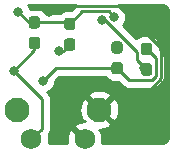
<source format=gbl>
G04 #@! TF.GenerationSoftware,KiCad,Pcbnew,(5.1.6)-1*
G04 #@! TF.CreationDate,2020-08-20T16:01:08-07:00*
G04 #@! TF.ProjectId,Momentary-Power-Toggle,4d6f6d65-6e74-4617-9279-2d506f776572,rev?*
G04 #@! TF.SameCoordinates,Original*
G04 #@! TF.FileFunction,Copper,L2,Bot*
G04 #@! TF.FilePolarity,Positive*
%FSLAX46Y46*%
G04 Gerber Fmt 4.6, Leading zero omitted, Abs format (unit mm)*
G04 Created by KiCad (PCBNEW (5.1.6)-1) date 2020-08-20 16:01:08*
%MOMM*%
%LPD*%
G01*
G04 APERTURE LIST*
G04 #@! TA.AperFunction,ComponentPad*
%ADD10C,2.100000*%
G04 #@! TD*
G04 #@! TA.AperFunction,ComponentPad*
%ADD11C,1.750000*%
G04 #@! TD*
G04 #@! TA.AperFunction,ViaPad*
%ADD12C,0.800000*%
G04 #@! TD*
G04 #@! TA.AperFunction,Conductor*
%ADD13C,0.250000*%
G04 #@! TD*
G04 #@! TA.AperFunction,Conductor*
%ADD14C,0.254000*%
G04 #@! TD*
G04 APERTURE END LIST*
D10*
X90250000Y-85260000D03*
D11*
X89000000Y-87750000D03*
X84500000Y-87750000D03*
D10*
X83240000Y-85260000D03*
G04 #@! TA.AperFunction,SMDPad,CuDef*
G36*
G01*
X94012500Y-81350000D02*
X94487500Y-81350000D01*
G75*
G02*
X94725000Y-81587500I0J-237500D01*
G01*
X94725000Y-82162500D01*
G75*
G02*
X94487500Y-82400000I-237500J0D01*
G01*
X94012500Y-82400000D01*
G75*
G02*
X93775000Y-82162500I0J237500D01*
G01*
X93775000Y-81587500D01*
G75*
G02*
X94012500Y-81350000I237500J0D01*
G01*
G37*
G04 #@! TD.AperFunction*
G04 #@! TA.AperFunction,SMDPad,CuDef*
G36*
G01*
X94012500Y-79600000D02*
X94487500Y-79600000D01*
G75*
G02*
X94725000Y-79837500I0J-237500D01*
G01*
X94725000Y-80412500D01*
G75*
G02*
X94487500Y-80650000I-237500J0D01*
G01*
X94012500Y-80650000D01*
G75*
G02*
X93775000Y-80412500I0J237500D01*
G01*
X93775000Y-79837500D01*
G75*
G02*
X94012500Y-79600000I237500J0D01*
G01*
G37*
G04 #@! TD.AperFunction*
G04 #@! TA.AperFunction,SMDPad,CuDef*
G36*
G01*
X91512500Y-81225000D02*
X91987500Y-81225000D01*
G75*
G02*
X92225000Y-81462500I0J-237500D01*
G01*
X92225000Y-82037500D01*
G75*
G02*
X91987500Y-82275000I-237500J0D01*
G01*
X91512500Y-82275000D01*
G75*
G02*
X91275000Y-82037500I0J237500D01*
G01*
X91275000Y-81462500D01*
G75*
G02*
X91512500Y-81225000I237500J0D01*
G01*
G37*
G04 #@! TD.AperFunction*
G04 #@! TA.AperFunction,SMDPad,CuDef*
G36*
G01*
X91512500Y-79475000D02*
X91987500Y-79475000D01*
G75*
G02*
X92225000Y-79712500I0J-237500D01*
G01*
X92225000Y-80287500D01*
G75*
G02*
X91987500Y-80525000I-237500J0D01*
G01*
X91512500Y-80525000D01*
G75*
G02*
X91275000Y-80287500I0J237500D01*
G01*
X91275000Y-79712500D01*
G75*
G02*
X91512500Y-79475000I237500J0D01*
G01*
G37*
G04 #@! TD.AperFunction*
G04 #@! TA.AperFunction,SMDPad,CuDef*
G36*
G01*
X87512500Y-79225000D02*
X87987500Y-79225000D01*
G75*
G02*
X88225000Y-79462500I0J-237500D01*
G01*
X88225000Y-80037500D01*
G75*
G02*
X87987500Y-80275000I-237500J0D01*
G01*
X87512500Y-80275000D01*
G75*
G02*
X87275000Y-80037500I0J237500D01*
G01*
X87275000Y-79462500D01*
G75*
G02*
X87512500Y-79225000I237500J0D01*
G01*
G37*
G04 #@! TD.AperFunction*
G04 #@! TA.AperFunction,SMDPad,CuDef*
G36*
G01*
X87512500Y-77475000D02*
X87987500Y-77475000D01*
G75*
G02*
X88225000Y-77712500I0J-237500D01*
G01*
X88225000Y-78287500D01*
G75*
G02*
X87987500Y-78525000I-237500J0D01*
G01*
X87512500Y-78525000D01*
G75*
G02*
X87275000Y-78287500I0J237500D01*
G01*
X87275000Y-77712500D01*
G75*
G02*
X87512500Y-77475000I237500J0D01*
G01*
G37*
G04 #@! TD.AperFunction*
G04 #@! TA.AperFunction,SMDPad,CuDef*
G36*
G01*
X84512500Y-79100000D02*
X84987500Y-79100000D01*
G75*
G02*
X85225000Y-79337500I0J-237500D01*
G01*
X85225000Y-79912500D01*
G75*
G02*
X84987500Y-80150000I-237500J0D01*
G01*
X84512500Y-80150000D01*
G75*
G02*
X84275000Y-79912500I0J237500D01*
G01*
X84275000Y-79337500D01*
G75*
G02*
X84512500Y-79100000I237500J0D01*
G01*
G37*
G04 #@! TD.AperFunction*
G04 #@! TA.AperFunction,SMDPad,CuDef*
G36*
G01*
X84512500Y-77350000D02*
X84987500Y-77350000D01*
G75*
G02*
X85225000Y-77587500I0J-237500D01*
G01*
X85225000Y-78162500D01*
G75*
G02*
X84987500Y-78400000I-237500J0D01*
G01*
X84512500Y-78400000D01*
G75*
G02*
X84275000Y-78162500I0J237500D01*
G01*
X84275000Y-77587500D01*
G75*
G02*
X84512500Y-77350000I237500J0D01*
G01*
G37*
G04 #@! TD.AperFunction*
D12*
X86000000Y-77000000D03*
X86792693Y-80305260D03*
X91750000Y-80000000D03*
X94000000Y-81750000D03*
X90500000Y-77675021D03*
X83000000Y-82000000D03*
X85500000Y-82800002D03*
X83400000Y-77000000D03*
X91500000Y-77385000D03*
D13*
X88125001Y-86875001D02*
X88125001Y-84374999D01*
X89000000Y-87750000D02*
X88125001Y-86875001D01*
X88125001Y-84374999D02*
X89000000Y-83500000D01*
X95500021Y-80054511D02*
X91945510Y-76500000D01*
X95500021Y-82581900D02*
X95500021Y-80054511D01*
X94581921Y-83500000D02*
X95500021Y-82581900D01*
X89000000Y-83500000D02*
X94581921Y-83500000D01*
X91945510Y-76500000D02*
X86500000Y-76500000D01*
X86500000Y-76500000D02*
X86000000Y-77000000D01*
X87750000Y-79750000D02*
X87194740Y-80305260D01*
X87194740Y-80305260D02*
X86792693Y-80305260D01*
X93449990Y-81074990D02*
X93449990Y-80379480D01*
X90745531Y-77675021D02*
X90500000Y-77675021D01*
X94250000Y-81875000D02*
X93449990Y-81074990D01*
X93449990Y-80379480D02*
X90745531Y-77675021D01*
X84750000Y-79625000D02*
X84750000Y-80250000D01*
X84750000Y-80250000D02*
X83000000Y-82000000D01*
X85374999Y-84374999D02*
X83000000Y-82000000D01*
X85374999Y-86875001D02*
X85374999Y-84374999D01*
X84500000Y-87750000D02*
X85374999Y-86875001D01*
X94720500Y-82725010D02*
X92725010Y-82725010D01*
X95050010Y-82395500D02*
X94720500Y-82725010D01*
X95050010Y-80925010D02*
X95050010Y-82395500D01*
X92725010Y-82725010D02*
X91750000Y-81750000D01*
X94250000Y-80125000D02*
X95050010Y-80925010D01*
X91750000Y-81750000D02*
X86550002Y-81750000D01*
X86550002Y-81750000D02*
X85500000Y-82800002D01*
X84750000Y-77875000D02*
X84275000Y-77875000D01*
X84275000Y-77875000D02*
X83400000Y-77000000D01*
X87625000Y-77875000D02*
X87750000Y-78000000D01*
X84750000Y-77875000D02*
X87625000Y-77875000D01*
X88799989Y-76950011D02*
X87750000Y-78000000D01*
X91065011Y-76950011D02*
X88799989Y-76950011D01*
X91500000Y-77385000D02*
X91065011Y-76950011D01*
D14*
G36*
X95613985Y-76424341D02*
G01*
X95723625Y-76457443D01*
X95824748Y-76511212D01*
X95913503Y-76583599D01*
X95986509Y-76671848D01*
X96040981Y-76772591D01*
X96074850Y-76882004D01*
X96090000Y-77026145D01*
X96090001Y-87467712D01*
X96075659Y-87613985D01*
X96042557Y-87723625D01*
X95988788Y-87824748D01*
X95916401Y-87913503D01*
X95828151Y-87986510D01*
X95727409Y-88040981D01*
X95617996Y-88074850D01*
X95473855Y-88090000D01*
X90471633Y-88090000D01*
X90499855Y-87979474D01*
X90515804Y-87682457D01*
X90473501Y-87388037D01*
X90374572Y-87107526D01*
X90297868Y-86964025D01*
X90248450Y-86948184D01*
X90310617Y-86952066D01*
X90639557Y-86907728D01*
X90953527Y-86800069D01*
X91139661Y-86700579D01*
X91241461Y-86431066D01*
X90250000Y-85439605D01*
X90235858Y-85453748D01*
X90056253Y-85274143D01*
X90070395Y-85260000D01*
X90429605Y-85260000D01*
X91421066Y-86251461D01*
X91690579Y-86149661D01*
X91836463Y-85851523D01*
X91921380Y-85530654D01*
X91942066Y-85199383D01*
X91897728Y-84870443D01*
X91790069Y-84556473D01*
X91690579Y-84370339D01*
X91421066Y-84268539D01*
X90429605Y-85260000D01*
X90070395Y-85260000D01*
X89078934Y-84268539D01*
X88809421Y-84370339D01*
X88663537Y-84668477D01*
X88578620Y-84989346D01*
X88557934Y-85320617D01*
X88602272Y-85649557D01*
X88709931Y-85963527D01*
X88809421Y-86149661D01*
X89049925Y-86240504D01*
X88932457Y-86234196D01*
X88638037Y-86276499D01*
X88357526Y-86375428D01*
X88214025Y-86452132D01*
X88133365Y-86703760D01*
X89000000Y-87570395D01*
X89014143Y-87556253D01*
X89193748Y-87735858D01*
X89179605Y-87750000D01*
X89193748Y-87764143D01*
X89014143Y-87943748D01*
X89000000Y-87929605D01*
X88985858Y-87943748D01*
X88806253Y-87764143D01*
X88820395Y-87750000D01*
X87953760Y-86883365D01*
X87702132Y-86964025D01*
X87573733Y-87232329D01*
X87500145Y-87520526D01*
X87484196Y-87817543D01*
X87523343Y-88090000D01*
X85971952Y-88090000D01*
X86010000Y-87898722D01*
X86010000Y-87601278D01*
X85961642Y-87358169D01*
X86009972Y-87299278D01*
X86009973Y-87299277D01*
X86080545Y-87167248D01*
X86124002Y-87023987D01*
X86134999Y-86912334D01*
X86134999Y-86912325D01*
X86138675Y-86875002D01*
X86134999Y-86837679D01*
X86134999Y-84412324D01*
X86138675Y-84374999D01*
X86134999Y-84337674D01*
X86134999Y-84337666D01*
X86124002Y-84226013D01*
X86082421Y-84088934D01*
X89258539Y-84088934D01*
X90250000Y-85080395D01*
X91241461Y-84088934D01*
X91139661Y-83819421D01*
X90841523Y-83673537D01*
X90520654Y-83588620D01*
X90189383Y-83567934D01*
X89860443Y-83612272D01*
X89546473Y-83719931D01*
X89360339Y-83819421D01*
X89258539Y-84088934D01*
X86082421Y-84088934D01*
X86080545Y-84082752D01*
X86009973Y-83950723D01*
X85915000Y-83834998D01*
X85886002Y-83811200D01*
X85850074Y-83775273D01*
X85990256Y-83717207D01*
X86159774Y-83603939D01*
X86303937Y-83459776D01*
X86417205Y-83290258D01*
X86495226Y-83101900D01*
X86535000Y-82901941D01*
X86535000Y-82839803D01*
X86864804Y-82510000D01*
X90777036Y-82510000D01*
X90784488Y-82523942D01*
X90893377Y-82656623D01*
X91026058Y-82765512D01*
X91177433Y-82846423D01*
X91341684Y-82896248D01*
X91512500Y-82913072D01*
X91838270Y-82913072D01*
X92161211Y-83236013D01*
X92185009Y-83265011D01*
X92300734Y-83359984D01*
X92432763Y-83430556D01*
X92576024Y-83474013D01*
X92687677Y-83485010D01*
X92687686Y-83485010D01*
X92725009Y-83488686D01*
X92762332Y-83485010D01*
X94683178Y-83485010D01*
X94720500Y-83488686D01*
X94757822Y-83485010D01*
X94757833Y-83485010D01*
X94869486Y-83474013D01*
X95012747Y-83430556D01*
X95144776Y-83359984D01*
X95260501Y-83265011D01*
X95284304Y-83236007D01*
X95561007Y-82959304D01*
X95590011Y-82935501D01*
X95684984Y-82819776D01*
X95755556Y-82687747D01*
X95799013Y-82544486D01*
X95810010Y-82432833D01*
X95813687Y-82395500D01*
X95810010Y-82358167D01*
X95810010Y-80962332D01*
X95813686Y-80925010D01*
X95810010Y-80887687D01*
X95810010Y-80887677D01*
X95799013Y-80776024D01*
X95755556Y-80632763D01*
X95736711Y-80597507D01*
X95684984Y-80500733D01*
X95613809Y-80414007D01*
X95590011Y-80385009D01*
X95561014Y-80361212D01*
X95363072Y-80163270D01*
X95363072Y-79837500D01*
X95346248Y-79666684D01*
X95296423Y-79502433D01*
X95215512Y-79351058D01*
X95106623Y-79218377D01*
X94973942Y-79109488D01*
X94822567Y-79028577D01*
X94658316Y-78978752D01*
X94487500Y-78961928D01*
X94012500Y-78961928D01*
X93841684Y-78978752D01*
X93677433Y-79028577D01*
X93526058Y-79109488D01*
X93393377Y-79218377D01*
X93379995Y-79234683D01*
X92247011Y-78101700D01*
X92303937Y-78044774D01*
X92417205Y-77875256D01*
X92495226Y-77686898D01*
X92535000Y-77486939D01*
X92535000Y-77283061D01*
X92495226Y-77083102D01*
X92417205Y-76894744D01*
X92303937Y-76725226D01*
X92159774Y-76581063D01*
X91990256Y-76467795D01*
X91850728Y-76410000D01*
X95467721Y-76410000D01*
X95613985Y-76424341D01*
G37*
X95613985Y-76424341D02*
X95723625Y-76457443D01*
X95824748Y-76511212D01*
X95913503Y-76583599D01*
X95986509Y-76671848D01*
X96040981Y-76772591D01*
X96074850Y-76882004D01*
X96090000Y-77026145D01*
X96090001Y-87467712D01*
X96075659Y-87613985D01*
X96042557Y-87723625D01*
X95988788Y-87824748D01*
X95916401Y-87913503D01*
X95828151Y-87986510D01*
X95727409Y-88040981D01*
X95617996Y-88074850D01*
X95473855Y-88090000D01*
X90471633Y-88090000D01*
X90499855Y-87979474D01*
X90515804Y-87682457D01*
X90473501Y-87388037D01*
X90374572Y-87107526D01*
X90297868Y-86964025D01*
X90248450Y-86948184D01*
X90310617Y-86952066D01*
X90639557Y-86907728D01*
X90953527Y-86800069D01*
X91139661Y-86700579D01*
X91241461Y-86431066D01*
X90250000Y-85439605D01*
X90235858Y-85453748D01*
X90056253Y-85274143D01*
X90070395Y-85260000D01*
X90429605Y-85260000D01*
X91421066Y-86251461D01*
X91690579Y-86149661D01*
X91836463Y-85851523D01*
X91921380Y-85530654D01*
X91942066Y-85199383D01*
X91897728Y-84870443D01*
X91790069Y-84556473D01*
X91690579Y-84370339D01*
X91421066Y-84268539D01*
X90429605Y-85260000D01*
X90070395Y-85260000D01*
X89078934Y-84268539D01*
X88809421Y-84370339D01*
X88663537Y-84668477D01*
X88578620Y-84989346D01*
X88557934Y-85320617D01*
X88602272Y-85649557D01*
X88709931Y-85963527D01*
X88809421Y-86149661D01*
X89049925Y-86240504D01*
X88932457Y-86234196D01*
X88638037Y-86276499D01*
X88357526Y-86375428D01*
X88214025Y-86452132D01*
X88133365Y-86703760D01*
X89000000Y-87570395D01*
X89014143Y-87556253D01*
X89193748Y-87735858D01*
X89179605Y-87750000D01*
X89193748Y-87764143D01*
X89014143Y-87943748D01*
X89000000Y-87929605D01*
X88985858Y-87943748D01*
X88806253Y-87764143D01*
X88820395Y-87750000D01*
X87953760Y-86883365D01*
X87702132Y-86964025D01*
X87573733Y-87232329D01*
X87500145Y-87520526D01*
X87484196Y-87817543D01*
X87523343Y-88090000D01*
X85971952Y-88090000D01*
X86010000Y-87898722D01*
X86010000Y-87601278D01*
X85961642Y-87358169D01*
X86009972Y-87299278D01*
X86009973Y-87299277D01*
X86080545Y-87167248D01*
X86124002Y-87023987D01*
X86134999Y-86912334D01*
X86134999Y-86912325D01*
X86138675Y-86875002D01*
X86134999Y-86837679D01*
X86134999Y-84412324D01*
X86138675Y-84374999D01*
X86134999Y-84337674D01*
X86134999Y-84337666D01*
X86124002Y-84226013D01*
X86082421Y-84088934D01*
X89258539Y-84088934D01*
X90250000Y-85080395D01*
X91241461Y-84088934D01*
X91139661Y-83819421D01*
X90841523Y-83673537D01*
X90520654Y-83588620D01*
X90189383Y-83567934D01*
X89860443Y-83612272D01*
X89546473Y-83719931D01*
X89360339Y-83819421D01*
X89258539Y-84088934D01*
X86082421Y-84088934D01*
X86080545Y-84082752D01*
X86009973Y-83950723D01*
X85915000Y-83834998D01*
X85886002Y-83811200D01*
X85850074Y-83775273D01*
X85990256Y-83717207D01*
X86159774Y-83603939D01*
X86303937Y-83459776D01*
X86417205Y-83290258D01*
X86495226Y-83101900D01*
X86535000Y-82901941D01*
X86535000Y-82839803D01*
X86864804Y-82510000D01*
X90777036Y-82510000D01*
X90784488Y-82523942D01*
X90893377Y-82656623D01*
X91026058Y-82765512D01*
X91177433Y-82846423D01*
X91341684Y-82896248D01*
X91512500Y-82913072D01*
X91838270Y-82913072D01*
X92161211Y-83236013D01*
X92185009Y-83265011D01*
X92300734Y-83359984D01*
X92432763Y-83430556D01*
X92576024Y-83474013D01*
X92687677Y-83485010D01*
X92687686Y-83485010D01*
X92725009Y-83488686D01*
X92762332Y-83485010D01*
X94683178Y-83485010D01*
X94720500Y-83488686D01*
X94757822Y-83485010D01*
X94757833Y-83485010D01*
X94869486Y-83474013D01*
X95012747Y-83430556D01*
X95144776Y-83359984D01*
X95260501Y-83265011D01*
X95284304Y-83236007D01*
X95561007Y-82959304D01*
X95590011Y-82935501D01*
X95684984Y-82819776D01*
X95755556Y-82687747D01*
X95799013Y-82544486D01*
X95810010Y-82432833D01*
X95813687Y-82395500D01*
X95810010Y-82358167D01*
X95810010Y-80962332D01*
X95813686Y-80925010D01*
X95810010Y-80887687D01*
X95810010Y-80887677D01*
X95799013Y-80776024D01*
X95755556Y-80632763D01*
X95736711Y-80597507D01*
X95684984Y-80500733D01*
X95613809Y-80414007D01*
X95590011Y-80385009D01*
X95561014Y-80361212D01*
X95363072Y-80163270D01*
X95363072Y-79837500D01*
X95346248Y-79666684D01*
X95296423Y-79502433D01*
X95215512Y-79351058D01*
X95106623Y-79218377D01*
X94973942Y-79109488D01*
X94822567Y-79028577D01*
X94658316Y-78978752D01*
X94487500Y-78961928D01*
X94012500Y-78961928D01*
X93841684Y-78978752D01*
X93677433Y-79028577D01*
X93526058Y-79109488D01*
X93393377Y-79218377D01*
X93379995Y-79234683D01*
X92247011Y-78101700D01*
X92303937Y-78044774D01*
X92417205Y-77875256D01*
X92495226Y-77686898D01*
X92535000Y-77486939D01*
X92535000Y-77283061D01*
X92495226Y-77083102D01*
X92417205Y-76894744D01*
X92303937Y-76725226D01*
X92159774Y-76581063D01*
X91990256Y-76467795D01*
X91850728Y-76410000D01*
X95467721Y-76410000D01*
X95613985Y-76424341D01*
G36*
X83433748Y-85245858D02*
G01*
X83419605Y-85260000D01*
X83433748Y-85274143D01*
X83254143Y-85453748D01*
X83240000Y-85439605D01*
X83225858Y-85453748D01*
X83046253Y-85274143D01*
X83060395Y-85260000D01*
X83046253Y-85245858D01*
X83225858Y-85066253D01*
X83240000Y-85080395D01*
X83254143Y-85066253D01*
X83433748Y-85245858D01*
G37*
X83433748Y-85245858D02*
X83419605Y-85260000D01*
X83433748Y-85274143D01*
X83254143Y-85453748D01*
X83240000Y-85439605D01*
X83225858Y-85453748D01*
X83046253Y-85274143D01*
X83060395Y-85260000D01*
X83046253Y-85245858D01*
X83225858Y-85066253D01*
X83240000Y-85080395D01*
X83254143Y-85066253D01*
X83433748Y-85245858D01*
G36*
X88259988Y-76410010D02*
G01*
X88236190Y-76439008D01*
X87838270Y-76836928D01*
X87512500Y-76836928D01*
X87341684Y-76853752D01*
X87177433Y-76903577D01*
X87026058Y-76984488D01*
X86893377Y-77093377D01*
X86875631Y-77115000D01*
X85722964Y-77115000D01*
X85715512Y-77101058D01*
X85606623Y-76968377D01*
X85473942Y-76859488D01*
X85322567Y-76778577D01*
X85158316Y-76728752D01*
X84987500Y-76711928D01*
X84512500Y-76711928D01*
X84400177Y-76722991D01*
X84395226Y-76698102D01*
X84317205Y-76509744D01*
X84250558Y-76410000D01*
X88260000Y-76410000D01*
X88259988Y-76410010D01*
G37*
X88259988Y-76410010D02*
X88236190Y-76439008D01*
X87838270Y-76836928D01*
X87512500Y-76836928D01*
X87341684Y-76853752D01*
X87177433Y-76903577D01*
X87026058Y-76984488D01*
X86893377Y-77093377D01*
X86875631Y-77115000D01*
X85722964Y-77115000D01*
X85715512Y-77101058D01*
X85606623Y-76968377D01*
X85473942Y-76859488D01*
X85322567Y-76778577D01*
X85158316Y-76728752D01*
X84987500Y-76711928D01*
X84512500Y-76711928D01*
X84400177Y-76722991D01*
X84395226Y-76698102D01*
X84317205Y-76509744D01*
X84250558Y-76410000D01*
X88260000Y-76410000D01*
X88259988Y-76410010D01*
M02*

</source>
